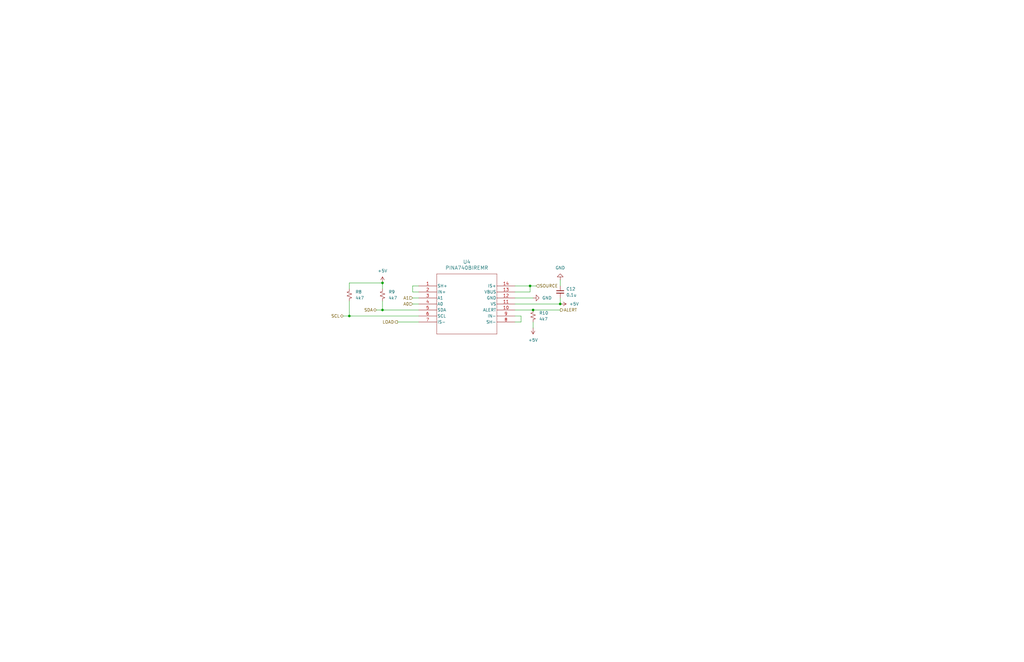
<source format=kicad_sch>
(kicad_sch (version 20231120) (generator "eeschema") (generator_version "8.0")
  (paper "USLedger")
  (lib_symbols
    (symbol "Device:C_Small" (pin_numbers hide) (pin_names (offset 0.254) hide)
      (property "Reference" "C" (at 0.254 1.778 0))
      (property "Value" "C_Small" (at 0.254 -2.032 0))
      (symbol "C_Small_0_1"
        (polyline (pts (xy -1.524 -0.508) (xy 1.524 -0.508)) (stroke (width 0.3302)))
        (polyline (pts (xy -1.524 0.508) (xy 1.524 0.508)) (stroke (width 0.3048)))
      )
      (symbol "C_Small_1_1"
        (pin passive line (at 0 2.54 270) (length 2.032) (name "~") (number "1"))
        (pin passive line (at 0 -2.54 90) (length 2.032) (name "~") (number "2"))
      )
    )
    (symbol "Device:R_Small_US" (pin_numbers hide) (pin_names (offset 0.254) hide)
      (property "Reference" "R" (at 0.762 0.508 0))
      (property "Value" "R_Small_US" (at 0.762 -1.016 0))
      (symbol "R_Small_US_1_1"
        (polyline (pts (xy 0 0) (xy 1.016 -0.381) (xy 0 -0.762) (xy -1.016 -1.143) (xy 0 -1.524)))
        (polyline (pts (xy 0 1.524) (xy 1.016 1.143) (xy 0 0.762) (xy -1.016 0.381) (xy 0 0)))
        (pin passive line (at 0 2.54 270) (length 1.016) (name "~") (number "1"))
        (pin passive line (at 0 -2.54 90) (length 1.016) (name "~") (number "2"))
      )
    )
    (symbol "INA740B:PINA740BIREMR" (pin_names (offset 0.254))
      (property "Reference" "U" (at 20.32 10.16 0))
      (property "Value" "PINA740BIREMR" (at 20.32 7.62 0))
      (symbol "PINA740BIREMR_0_1"
        (polyline (pts (xy 7.62 -20.32) (xy 33.02 -20.32)) (stroke (width 0.127)))
        (polyline (pts (xy 7.62 5.08) (xy 7.62 -20.32)) (stroke (width 0.127)))
        (polyline (pts (xy 33.02 -20.32) (xy 33.02 5.08)) (stroke (width 0.127)))
        (polyline (pts (xy 33.02 5.08) (xy 7.62 5.08)) (stroke (width 0.127)))
        (pin output line (at 0 0 0) (length 7.62) (name "SH+") (number "1"))
        (pin output line (at 40.64 -10.16 180) (length 7.62) (name "ALERT") (number "10"))
        (pin power_in line (at 40.64 -7.62 180) (length 7.62) (name "VS") (number "11"))
        (pin power_out line (at 40.64 -5.08 180) (length 7.62) (name "GND") (number "12"))
        (pin input line (at 40.64 -2.54 180) (length 7.62) (name "VBUS") (number "13"))
        (pin input line (at 40.64 0 180) (length 7.62) (name "IS+") (number "14"))
        (pin input line (at 0 -2.54 0) (length 7.62) (name "IN+") (number "2"))
        (pin input line (at 0 -5.08 0) (length 7.62) (name "A1") (number "3"))
        (pin input line (at 0 -7.62 0) (length 7.62) (name "A0") (number "4"))
        (pin bidirectional line (at 0 -10.16 0) (length 7.62) (name "SDA") (number "5"))
        (pin input line (at 0 -12.7 0) (length 7.62) (name "SCL") (number "6"))
        (pin input line (at 0 -15.24 0) (length 7.62) (name "IS-") (number "7"))
        (pin output line (at 40.64 -15.24 180) (length 7.62) (name "SH-") (number "8"))
        (pin input line (at 40.64 -12.7 180) (length 7.62) (name "IN-") (number "9"))
      )
    )
    (symbol "power:+5V" (power) (pin_numbers hide) (pin_names (offset 0) hide)
      (property "Value" "+5V" (at 0 3.556 0))
      (symbol "+5V_0_1"
        (polyline (pts (xy -0.762 1.27) (xy 0 2.54)))
        (polyline (pts (xy 0 0) (xy 0 2.54)))
        (polyline (pts (xy 0 2.54) (xy 0.762 1.27)))
      )
      (symbol "+5V_1_1"
        (pin power_in line (at 0 0 90) (length 0) (name "~") (number "1"))
      )
    )
    (symbol "power:GND" (power) (pin_numbers hide) (pin_names (offset 0) hide)
      (property "Value" "GND" (at 0 -3.81 0))
      (symbol "GND_0_1"
        (polyline (pts (xy 0 0) (xy 0 -1.27) (xy 1.27 -1.27) (xy 0 -2.54) (xy -1.27 -1.27) (xy 0 -1.27)))
      )
      (symbol "GND_1_1"
        (pin power_in line (at 0 0 270) (length 0) (name "~") (number "1"))
      )
    )
  )
  (junction (at 161.29 130.81))
  (junction (at 147.32 133.35))
  (junction (at 223.52 120.65))
  (junction (at 236.22 128.27))
  (junction (at 224.79 130.81))
  (junction (at 161.29 119.38))
  (wire (pts (xy 224.79 130.81) (xy 236.22 130.81)))
  (wire (pts (xy 173.99 120.65) (xy 173.99 123.19)))
  (wire (pts (xy 224.79 135.89) (xy 224.79 138.43)))
  (wire (pts (xy 176.53 120.65) (xy 173.99 120.65)))
  (wire (pts (xy 223.52 120.65) (xy 223.52 123.19)))
  (wire (pts (xy 161.29 119.38) (xy 161.29 121.92)))
  (wire (pts (xy 176.53 130.81) (xy 161.29 130.81)))
  (wire (pts (xy 236.22 118.11) (xy 236.22 120.65)))
  (wire (pts (xy 219.71 133.35) (xy 219.71 135.89)))
  (wire (pts (xy 147.32 119.38) (xy 147.32 121.92)))
  (wire (pts (xy 161.29 119.38) (xy 147.32 119.38)))
  (wire (pts (xy 217.17 130.81) (xy 224.79 130.81)))
  (wire (pts (xy 147.32 133.35) (xy 147.32 127)))
  (wire (pts (xy 158.75 130.81) (xy 161.29 130.81)))
  (wire (pts (xy 217.17 128.27) (xy 236.22 128.27)))
  (wire (pts (xy 223.52 123.19) (xy 217.17 123.19)))
  (wire (pts (xy 167.64 135.89) (xy 176.53 135.89)))
  (wire (pts (xy 223.52 120.65) (xy 226.06 120.65)))
  (wire (pts (xy 236.22 125.73) (xy 236.22 128.27)))
  (wire (pts (xy 176.53 133.35) (xy 147.32 133.35)))
  (wire (pts (xy 217.17 120.65) (xy 223.52 120.65)))
  (wire (pts (xy 217.17 125.73) (xy 224.79 125.73)))
  (wire (pts (xy 173.99 128.27) (xy 176.53 128.27)))
  (wire (pts (xy 217.17 133.35) (xy 219.71 133.35)))
  (wire (pts (xy 173.99 125.73) (xy 176.53 125.73)))
  (wire (pts (xy 219.71 135.89) (xy 217.17 135.89)))
  (wire (pts (xy 144.78 133.35) (xy 147.32 133.35)))
  (wire (pts (xy 161.29 130.81) (xy 161.29 127)))
  (wire (pts (xy 173.99 123.19) (xy 176.53 123.19)))
  (hierarchical_label "ALERT" (shape output) (at 236.22 130.81 0))
  (hierarchical_label "A0" (shape input) (at 173.99 128.27 180))
  (hierarchical_label "SCL" (shape bidirectional) (at 144.78 133.35 180))
  (hierarchical_label "A1" (shape input) (at 173.99 125.73 180))
  (hierarchical_label "SDA" (shape bidirectional) (at 158.75 130.81 180))
  (hierarchical_label "LOAD" (shape output) (at 167.64 135.89 180))
  (hierarchical_label "SOURCE" (shape input) (at 226.06 120.65 0))
  (symbol (lib_id "power:GND") (at 236.22 118.11 180) (unit 1)
    (property "Reference" "#PWR023" (effects (hide yes)))
    (property "Value" "GND" (at 236.22 113.03 0))
    (property "Description" "Power symbol creates a global label with name \"GND\" , ground" (effects (hide yes)))
  )
  (symbol (lib_id "power:+5V") (at 236.22 128.27 270) (unit 1)
    (property "Reference" "#PWR024" (effects (hide yes)))
    (property "Value" "+5V" (at 240.03 128.2699 90) (effects (justify left)))
    (property "Description" "Power symbol creates a global label with name \"+5V\"" (effects (hide yes)))
  )
  (symbol (lib_id "power:+5V") (at 161.29 119.38 0) (unit 1)
    (property "Reference" "#PWR020" (effects (hide yes)))
    (property "Value" "+5V" (at 161.29 114.3 0))
    (property "Description" "Power symbol creates a global label with name \"+5V\"" (effects (hide yes)))
  )
  (symbol (lib_id "INA740B:PINA740BIREMR") (at 176.53 120.65 0) (unit 1)
    (property "Reference" "U4" (at 196.85 110.49 0) (effects (font (size 1.524 1.524))))
    (property "Value" "PINA740BIREMR" (at 196.85 113.03 0) (effects (font (size 1.524 1.524))))
    (property "Footprint" "VQFN14_REM_TEX" (effects (hide yes)))
    (property "Datasheet" "PINA740BIREMR" (effects (hide yes)))
  )
  (symbol (lib_id "Device:C_Small") (at 236.22 123.19 0) (unit 1)
    (property "Reference" "C12" (at 238.76 121.9262 0) (effects (justify left)))
    (property "Value" "0.1u" (at 238.76 124.4662 0) (effects (justify left)))
    (property "Description" "Unpolarized capacitor, small symbol" (effects (hide yes)))
  )
  (symbol (lib_id "Device:R_Small_US") (at 224.79 133.35 0) (mirror y) (unit 1)
    (property "Reference" "R10" (at 227.33 132.0799 0) (effects (justify right)))
    (property "Value" "4k7" (at 227.33 134.6199 0) (effects (justify right)))
    (property "Description" "Resistor, small US symbol" (effects (hide yes)))
  )
  (symbol (lib_id "Device:R_Small_US") (at 147.32 124.46 0) (mirror y) (unit 1)
    (property "Reference" "R8" (at 149.86 123.1899 0) (effects (justify right)))
    (property "Value" "4k7" (at 149.86 125.7299 0) (effects (justify right)))
    (property "Description" "Resistor, small US symbol" (effects (hide yes)))
  )
  (symbol (lib_id "Device:R_Small_US") (at 161.29 124.46 0) (mirror y) (unit 1)
    (property "Reference" "R9" (at 163.83 123.1899 0) (effects (justify right)))
    (property "Value" "4k7" (at 163.83 125.7299 0) (effects (justify right)))
    (property "Description" "Resistor, small US symbol" (effects (hide yes)))
  )
  (symbol (lib_id "power:GND") (at 224.79 125.73 90) (unit 1)
    (property "Reference" "#PWR021" (effects (hide yes)))
    (property "Value" "GND" (at 228.6 125.7299 90) (effects (justify right)))
    (property "Description" "Power symbol creates a global label with name \"GND\" , ground" (effects (hide yes)))
  )
  (symbol (lib_id "power:+5V") (at 224.79 138.43 180) (unit 1)
    (property "Reference" "#PWR022" (effects (hide yes)))
    (property "Value" "+5V" (at 224.79 143.51 0))
    (property "Description" "Power symbol creates a global label with name \"+5V\"" (effects (hide yes)))
  )
)
</source>
